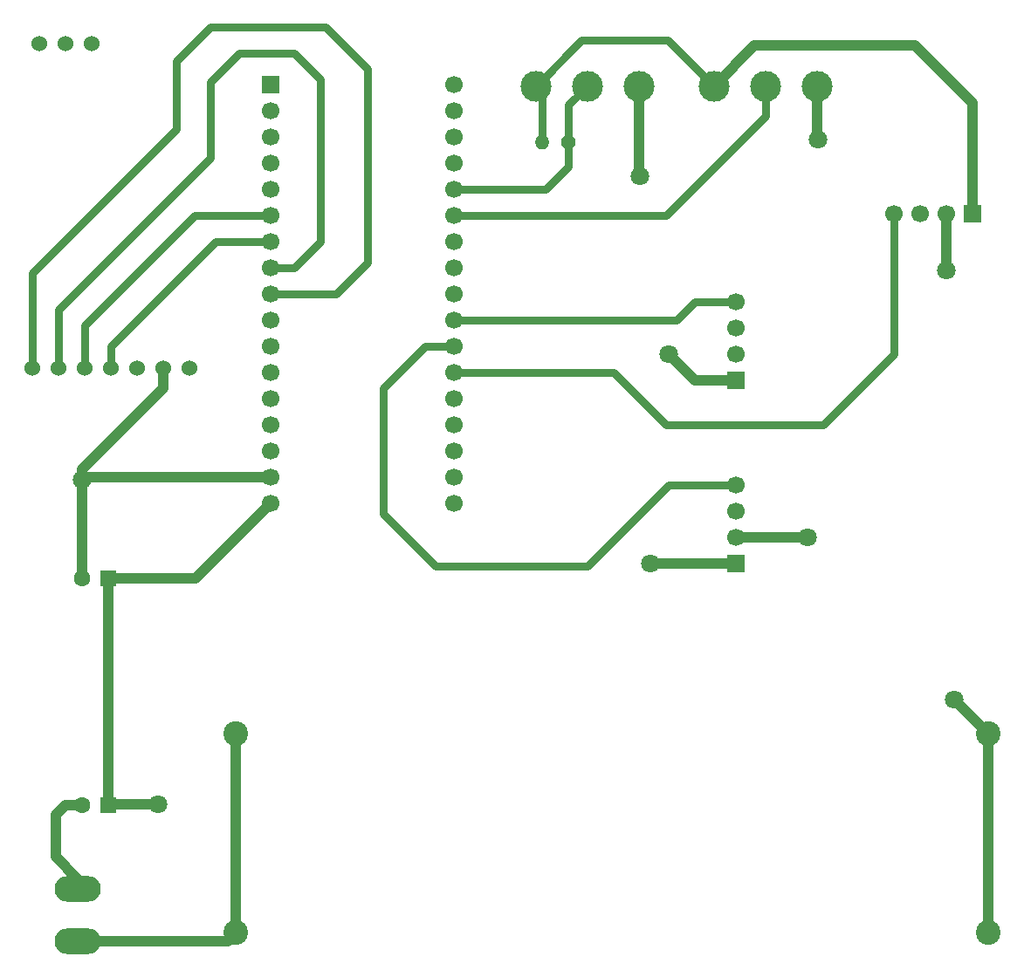
<source format=gbr>
%TF.GenerationSoftware,KiCad,Pcbnew,(6.0.8)*%
%TF.CreationDate,2022-10-31T22:25:17+07:00*%
%TF.ProjectId,stm32,73746d33-322e-46b6-9963-61645f706362,rev?*%
%TF.SameCoordinates,Original*%
%TF.FileFunction,Copper,L2,Bot*%
%TF.FilePolarity,Positive*%
%FSLAX46Y46*%
G04 Gerber Fmt 4.6, Leading zero omitted, Abs format (unit mm)*
G04 Created by KiCad (PCBNEW (6.0.8)) date 2022-10-31 22:25:17*
%MOMM*%
%LPD*%
G01*
G04 APERTURE LIST*
%TA.AperFunction,ComponentPad*%
%ADD10C,1.600000*%
%TD*%
%TA.AperFunction,ComponentPad*%
%ADD11R,1.600000X1.600000*%
%TD*%
%TA.AperFunction,ComponentPad*%
%ADD12C,3.000000*%
%TD*%
%TA.AperFunction,ComponentPad*%
%ADD13R,1.700000X1.700000*%
%TD*%
%TA.AperFunction,ComponentPad*%
%ADD14C,1.700000*%
%TD*%
%TA.AperFunction,ComponentPad*%
%ADD15O,4.500000X2.500000*%
%TD*%
%TA.AperFunction,ComponentPad*%
%ADD16C,2.400000*%
%TD*%
%TA.AperFunction,ComponentPad*%
%ADD17C,1.524000*%
%TD*%
%TA.AperFunction,ComponentPad*%
%ADD18C,1.400000*%
%TD*%
%TA.AperFunction,ComponentPad*%
%ADD19O,1.400000X1.400000*%
%TD*%
%TA.AperFunction,ViaPad*%
%ADD20C,1.800000*%
%TD*%
%TA.AperFunction,Conductor*%
%ADD21C,1.000000*%
%TD*%
%TA.AperFunction,Conductor*%
%ADD22C,0.800000*%
%TD*%
G04 APERTURE END LIST*
D10*
%TO.P,U10,1,Vin*%
%TO.N,Net-(U10-Pad1)*%
X108966000Y-119712000D03*
D11*
%TO.P,U10,2,gnd*%
%TO.N,GND*%
X111506000Y-119712000D03*
D10*
%TO.P,U10,3,Vout*%
%TO.N,+3.3V*%
X108966000Y-97712000D03*
D11*
%TO.P,U10,4,gnd*%
%TO.N,GND*%
X111506000Y-97712000D03*
%TD*%
D12*
%TO.P,U9,1,vcc*%
%TO.N,+3.3V*%
X170260000Y-49911000D03*
%TO.P,U9,2,data*%
%TO.N,Net-(U2-Pad29)*%
X175260000Y-49911000D03*
%TO.P,U9,3,gnd*%
%TO.N,GND*%
X180260000Y-49911000D03*
%TD*%
%TO.P,U8,1,vcc*%
%TO.N,+3.3V*%
X152988000Y-49911000D03*
%TO.P,U8,2,data*%
%TO.N,Net-(R1-Pad1)*%
X157988000Y-49911000D03*
%TO.P,U8,3,gnd*%
%TO.N,GND*%
X162988000Y-49911000D03*
%TD*%
D13*
%TO.P,U7,1,VCC*%
%TO.N,+3.3V*%
X195326000Y-62276000D03*
D14*
%TO.P,U7,2,GND*%
%TO.N,GND*%
X192786000Y-62276000D03*
%TO.P,U7,3,DO*%
%TO.N,unconnected-(U7-Pad3)*%
X190246000Y-62276000D03*
%TO.P,U7,4,AO*%
%TO.N,Net-(U2-Pad23)*%
X187706000Y-62276000D03*
%TD*%
%TO.P,U6,4,AO*%
%TO.N,Net-(U2-Pad24)*%
X172420000Y-88646000D03*
%TO.P,U6,3,DO*%
%TO.N,unconnected-(U6-Pad3)*%
X172420000Y-91186000D03*
%TO.P,U6,2,GND*%
%TO.N,GND*%
X172420000Y-93726000D03*
D13*
%TO.P,U6,1,VCC*%
%TO.N,+3.3V*%
X172420000Y-96266000D03*
%TD*%
D14*
%TO.P,U5,4,AO*%
%TO.N,Net-(U2-Pad25)*%
X172420000Y-70866000D03*
%TO.P,U5,3,DO*%
%TO.N,unconnected-(U5-Pad3)*%
X172420000Y-73406000D03*
%TO.P,U5,2,GND*%
%TO.N,GND*%
X172420000Y-75946000D03*
D13*
%TO.P,U5,1,VCC*%
%TO.N,+3.3V*%
X172420000Y-78486000D03*
%TD*%
D15*
%TO.P,U4,1,1*%
%TO.N,Net-(U3-Pad1+)*%
X108585000Y-132888000D03*
%TO.P,U4,2,2*%
%TO.N,Net-(U10-Pad1)*%
X108585000Y-127888000D03*
%TD*%
D16*
%TO.P,U3,1+,+*%
%TO.N,Net-(U3-Pad1+)*%
X123928000Y-112778000D03*
%TO.P,U3,1-,-*%
%TO.N,GND*%
X196828000Y-112778000D03*
%TO.P,U3,2-,-*%
X196828000Y-132078000D03*
%TO.P,U3,2+,+*%
%TO.N,Net-(U3-Pad1+)*%
X123928000Y-132078000D03*
%TD*%
D14*
%TO.P,U2,34,PB11*%
%TO.N,unconnected-(U2-Pad34)*%
X145034000Y-49792000D03*
D13*
%TO.P,U2,1,PB12*%
%TO.N,unconnected-(U2-Pad1)*%
X127254000Y-49792000D03*
D14*
%TO.P,U2,33,PB10*%
%TO.N,unconnected-(U2-Pad33)*%
X145034000Y-52332000D03*
%TO.P,U2,2,PB13*%
%TO.N,unconnected-(U2-Pad2)*%
X127254000Y-52332000D03*
%TO.P,U2,32,PB1*%
%TO.N,unconnected-(U2-Pad32)*%
X145034000Y-54872000D03*
%TO.P,U2,3,PB14*%
%TO.N,unconnected-(U2-Pad3)*%
X127254000Y-54872000D03*
%TO.P,U2,31,PB0*%
%TO.N,unconnected-(U2-Pad31)*%
X145034000Y-57412000D03*
%TO.P,U2,4,PB15*%
%TO.N,unconnected-(U2-Pad4)*%
X127254000Y-57412000D03*
%TO.P,U2,30,PA7*%
%TO.N,Net-(R1-Pad1)*%
X145034000Y-59952000D03*
%TO.P,U2,5,PA8*%
%TO.N,unconnected-(U2-Pad5)*%
X127254000Y-59952000D03*
%TO.P,U2,29,PA6*%
%TO.N,Net-(U2-Pad29)*%
X145034000Y-62492000D03*
%TO.P,U2,6,PA9*%
%TO.N,Net-(U1-Pad3)*%
X127254000Y-62492000D03*
%TO.P,U2,28,PA5*%
%TO.N,unconnected-(U2-Pad28)*%
X145034000Y-65032000D03*
%TO.P,U2,7,PA10*%
%TO.N,Net-(U1-Pad4)*%
X127254000Y-65032000D03*
%TO.P,U2,27,PA4*%
%TO.N,unconnected-(U2-Pad27)*%
X145034000Y-67572000D03*
%TO.P,U2,8,PA11*%
%TO.N,Net-(U1-Pad2)*%
X127254000Y-67572000D03*
%TO.P,U2,26,PA3*%
%TO.N,unconnected-(U2-Pad26)*%
X145034000Y-70112000D03*
%TO.P,U2,9,PA12*%
%TO.N,Net-(U1-Pad1)*%
X127254000Y-70112000D03*
%TO.P,U2,25,PA2*%
%TO.N,Net-(U2-Pad25)*%
X145034000Y-72652000D03*
%TO.P,U2,10,PA15*%
%TO.N,unconnected-(U2-Pad10)*%
X127254000Y-72652000D03*
%TO.P,U2,24,PA1*%
%TO.N,Net-(U2-Pad24)*%
X145034000Y-75192000D03*
%TO.P,U2,11,PB3*%
%TO.N,unconnected-(U2-Pad11)*%
X127254000Y-75192000D03*
%TO.P,U2,23,PA0*%
%TO.N,Net-(U2-Pad23)*%
X145034000Y-77732000D03*
%TO.P,U2,12,PB4*%
%TO.N,unconnected-(U2-Pad12)*%
X127254000Y-77732000D03*
%TO.P,U2,22,RST*%
%TO.N,unconnected-(U2-Pad22)*%
X145034000Y-80272000D03*
%TO.P,U2,13,PB5*%
%TO.N,unconnected-(U2-Pad13)*%
X127254000Y-80272000D03*
%TO.P,U2,21,PC13*%
%TO.N,unconnected-(U2-Pad21)*%
X145034000Y-82812000D03*
%TO.P,U2,14,PB6*%
%TO.N,unconnected-(U2-Pad14)*%
X127254000Y-82812000D03*
%TO.P,U2,20,PB9*%
%TO.N,unconnected-(U2-Pad20)*%
X145034000Y-85352000D03*
%TO.P,U2,15,PB7*%
%TO.N,unconnected-(U2-Pad15)*%
X127254000Y-85352000D03*
%TO.P,U2,19,PB8*%
%TO.N,unconnected-(U2-Pad19)*%
X145034000Y-87892000D03*
%TO.P,U2,16,3V3*%
%TO.N,+3.3V*%
X127254000Y-87892000D03*
%TO.P,U2,18,GND*%
%TO.N,unconnected-(U2-Pad18)*%
X145034000Y-90432000D03*
%TO.P,U2,17,GND*%
%TO.N,GND*%
X127254000Y-90432000D03*
%TD*%
D17*
%TO.P,U1,1,M0*%
%TO.N,Net-(U1-Pad1)*%
X104155000Y-77277000D03*
%TO.P,U1,2,M1*%
%TO.N,Net-(U1-Pad2)*%
X106695000Y-77277000D03*
%TO.P,U1,3,RXD*%
%TO.N,Net-(U1-Pad3)*%
X109235000Y-77277000D03*
%TO.P,U1,4,TXD*%
%TO.N,Net-(U1-Pad4)*%
X111775000Y-77277000D03*
%TO.P,U1,5,AUX*%
%TO.N,unconnected-(U1-Pad5)*%
X114315000Y-77277000D03*
%TO.P,U1,6,VCC*%
%TO.N,+3.3V*%
X116855000Y-77277000D03*
%TO.P,U1,7,GND*%
%TO.N,GND*%
X119395000Y-77277000D03*
%TO.P,U1,8,Fixing_Hole*%
%TO.N,unconnected-(U1-Pad8)*%
X109935000Y-45777000D03*
%TO.P,U1,9,Fixing_Hole*%
%TO.N,unconnected-(U1-Pad9)*%
X107395000Y-45777000D03*
%TO.P,U1,10,Fixing_Hole*%
%TO.N,unconnected-(U1-Pad10)*%
X104855000Y-45777000D03*
%TD*%
D18*
%TO.P,R1,1*%
%TO.N,Net-(R1-Pad1)*%
X156160000Y-55372000D03*
D19*
%TO.P,R1,2*%
%TO.N,+3.3V*%
X153620000Y-55372000D03*
%TD*%
D20*
%TO.N,GND*%
X179324000Y-93726000D03*
%TO.N,+3.3V*%
X164084000Y-96266000D03*
%TO.N,GND*%
X180340000Y-55118000D03*
X163068000Y-58674000D03*
%TO.N,+3.3V*%
X108966000Y-88138000D03*
%TO.N,GND*%
X116332000Y-119634000D03*
X193548000Y-109474000D03*
X192786000Y-67818000D03*
%TO.N,+3.3V*%
X165862000Y-75946000D03*
%TD*%
D21*
%TO.N,GND*%
X111584000Y-119634000D02*
X111506000Y-119712000D01*
X116332000Y-119634000D02*
X111584000Y-119634000D01*
X196828000Y-112778000D02*
X196828000Y-132078000D01*
X111506000Y-97712000D02*
X111506000Y-119712000D01*
X193548000Y-109498000D02*
X196828000Y-112778000D01*
X193548000Y-109474000D02*
X193548000Y-109498000D01*
X180260000Y-55038000D02*
X180340000Y-55118000D01*
X180260000Y-49911000D02*
X180260000Y-55038000D01*
%TO.N,+3.3V*%
X108966000Y-88138000D02*
X108966000Y-97712000D01*
X164084000Y-96266000D02*
X172420000Y-96266000D01*
%TO.N,GND*%
X172420000Y-93726000D02*
X179324000Y-93726000D01*
X192786000Y-62276000D02*
X192786000Y-67818000D01*
%TO.N,Net-(U3-Pad1+)*%
X123928000Y-112778000D02*
X123928000Y-132078000D01*
%TO.N,GND*%
X162988000Y-58594000D02*
X162988000Y-49911000D01*
X163068000Y-58674000D02*
X162988000Y-58594000D01*
%TO.N,+3.3V*%
X108966000Y-87122000D02*
X108966000Y-88138000D01*
X116855000Y-79233000D02*
X108966000Y-87122000D01*
X116855000Y-77277000D02*
X116855000Y-79233000D01*
X109212000Y-87892000D02*
X108966000Y-88138000D01*
X127254000Y-87892000D02*
X109212000Y-87892000D01*
X168402000Y-78486000D02*
X165862000Y-75946000D01*
X172420000Y-78486000D02*
X168402000Y-78486000D01*
X189738000Y-45974000D02*
X174197000Y-45974000D01*
X174197000Y-45974000D02*
X170260000Y-49911000D01*
X195326000Y-51562000D02*
X189738000Y-45974000D01*
X195326000Y-62276000D02*
X195326000Y-51562000D01*
D22*
X165815000Y-45466000D02*
X170260000Y-49911000D01*
X157433000Y-45466000D02*
X165815000Y-45466000D01*
X152988000Y-49911000D02*
X157433000Y-45466000D01*
D21*
%TO.N,GND*%
X111506000Y-97712000D02*
X119974000Y-97712000D01*
X119974000Y-97712000D02*
X127254000Y-90432000D01*
%TO.N,Net-(U10-Pad1)*%
X107364000Y-119712000D02*
X108966000Y-119712000D01*
X106426000Y-120650000D02*
X107364000Y-119712000D01*
X106426000Y-124714000D02*
X106426000Y-120650000D01*
X108585000Y-126873000D02*
X106426000Y-124714000D01*
X108585000Y-127888000D02*
X108585000Y-126873000D01*
%TO.N,Net-(U3-Pad1+)*%
X123118000Y-132888000D02*
X123928000Y-132078000D01*
X108585000Y-132888000D02*
X123118000Y-132888000D01*
D22*
%TO.N,Net-(U1-Pad2)*%
X121412000Y-49530000D02*
X124206000Y-46736000D01*
X124206000Y-46736000D02*
X129540000Y-46736000D01*
X129540000Y-46736000D02*
X132080000Y-49276000D01*
X132080000Y-49276000D02*
X132080000Y-65024000D01*
%TO.N,Net-(U1-Pad1)*%
X136652000Y-48260000D02*
X136652000Y-67056000D01*
X136652000Y-67056000D02*
X133596000Y-70112000D01*
X118110000Y-47498000D02*
X121412000Y-44196000D01*
X118110000Y-54102000D02*
X118110000Y-47498000D01*
X104155000Y-68057000D02*
X118110000Y-54102000D01*
X121412000Y-44196000D02*
X132588000Y-44196000D01*
X132588000Y-44196000D02*
X136652000Y-48260000D01*
X133596000Y-70112000D02*
X127254000Y-70112000D01*
X104155000Y-77277000D02*
X104155000Y-68057000D01*
%TO.N,Net-(U1-Pad2)*%
X121412000Y-56896000D02*
X121412000Y-49530000D01*
X129532000Y-67572000D02*
X127254000Y-67572000D01*
X132080000Y-65024000D02*
X129532000Y-67572000D01*
X106695000Y-71613000D02*
X121412000Y-56896000D01*
X106695000Y-77277000D02*
X106695000Y-71613000D01*
%TO.N,Net-(U1-Pad3)*%
X109235000Y-73167000D02*
X109235000Y-77277000D01*
X109220000Y-73152000D02*
X109235000Y-73167000D01*
X119880000Y-62492000D02*
X109220000Y-73152000D01*
X127254000Y-62492000D02*
X119880000Y-62492000D01*
%TO.N,Net-(U1-Pad4)*%
X111775000Y-75199000D02*
X111775000Y-77277000D01*
X121912000Y-65032000D02*
X111760000Y-75184000D01*
X111760000Y-75184000D02*
X111775000Y-75199000D01*
X127254000Y-65032000D02*
X121912000Y-65032000D01*
%TO.N,Net-(U2-Pad29)*%
X165600000Y-62492000D02*
X145034000Y-62492000D01*
X175260000Y-52832000D02*
X165600000Y-62492000D01*
X175260000Y-49911000D02*
X175260000Y-52832000D01*
%TO.N,+3.3V*%
X153620000Y-50543000D02*
X152988000Y-49911000D01*
X153620000Y-55372000D02*
X153620000Y-50543000D01*
%TO.N,Net-(R1-Pad1)*%
X156160000Y-51739000D02*
X157988000Y-49911000D01*
X156160000Y-55372000D02*
X156160000Y-51739000D01*
X156160000Y-57708000D02*
X156160000Y-55372000D01*
X153916000Y-59952000D02*
X156160000Y-57708000D01*
X145034000Y-59952000D02*
X153916000Y-59952000D01*
%TO.N,Net-(U2-Pad24)*%
X157988000Y-96520000D02*
X165862000Y-88646000D01*
X165862000Y-88646000D02*
X172420000Y-88646000D01*
X143256000Y-96520000D02*
X157988000Y-96520000D01*
X138176000Y-79248000D02*
X138176000Y-91440000D01*
X142232000Y-75192000D02*
X138176000Y-79248000D01*
X138176000Y-91440000D02*
X143256000Y-96520000D01*
X145034000Y-75192000D02*
X142232000Y-75192000D01*
%TO.N,Net-(U2-Pad23)*%
X180848000Y-82804000D02*
X187706000Y-75946000D01*
X160528000Y-77724000D02*
X165608000Y-82804000D01*
X187706000Y-75946000D02*
X187706000Y-62276000D01*
X149352000Y-77724000D02*
X160528000Y-77724000D01*
X149344000Y-77732000D02*
X149352000Y-77724000D01*
X165608000Y-82804000D02*
X180848000Y-82804000D01*
X145034000Y-77732000D02*
X149344000Y-77732000D01*
%TO.N,Net-(U2-Pad25)*%
X168402000Y-70866000D02*
X172420000Y-70866000D01*
X166616000Y-72652000D02*
X168402000Y-70866000D01*
X145034000Y-72652000D02*
X166616000Y-72652000D01*
%TD*%
M02*

</source>
